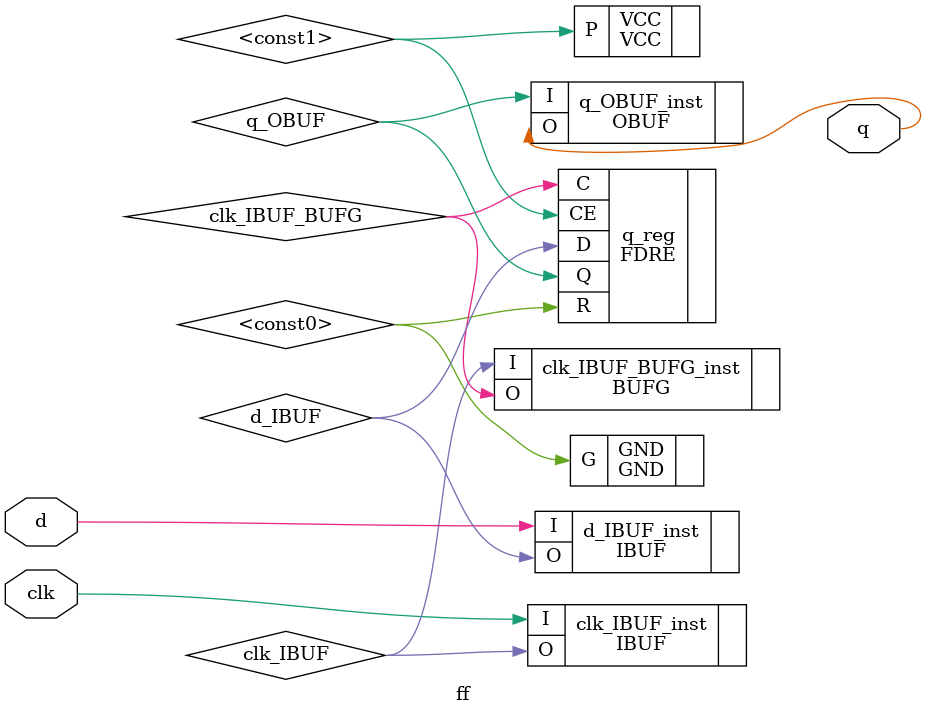
<source format=v>
`timescale 1 ps / 1 ps

(* ECO_CHECKSUM = "df1b3293" *) 
(* STRUCTURAL_NETLIST = "yes" *)
module ff
   (clk,
    d,
    q);
  input clk;
  input d;
  output q;

  wire \<const0> ;
  wire \<const1> ;
  wire clk;
  wire clk_IBUF;
  wire clk_IBUF_BUFG;
  wire d;
  wire d_IBUF;
  wire q;
  wire q_OBUF;

  GND GND
       (.G(\<const0> ));
  VCC VCC
       (.P(\<const1> ));
  BUFG clk_IBUF_BUFG_inst
       (.I(clk_IBUF),
        .O(clk_IBUF_BUFG));
  IBUF clk_IBUF_inst
       (.I(clk),
        .O(clk_IBUF));
  IBUF d_IBUF_inst
       (.I(d),
        .O(d_IBUF));
  OBUF q_OBUF_inst
       (.I(q_OBUF),
        .O(q));
  FDRE #(
    .INIT(1'b0)) 
    q_reg
       (.C(clk_IBUF_BUFG),
        .CE(\<const1> ),
        .D(d_IBUF),
        .Q(q_OBUF),
        .R(\<const0> ));
endmodule

</source>
